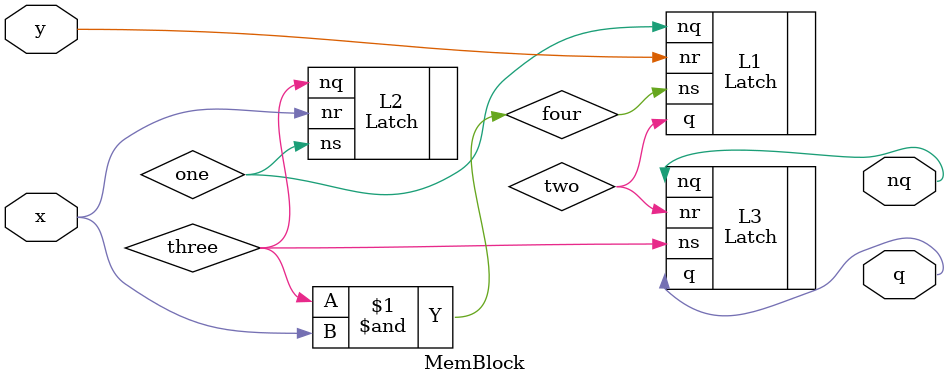
<source format=v>
`include "Latch_structural.v"

module MemBlock(
  input x,
  input y,
  output q,
  output nq
);

  wire one;
  wire two;
  wire three;
  wire four = three & x;

  Latch L1 (
    .nr(y),
    .ns(four),
    .nq(one),
    .q(two)
  );

  Latch L2 (
    .nr(x),
    .ns(one),
    .nq(three)
  );

  Latch L3 (
    .ns(three),
    .nr(two),
    .q(q),
    .nq(nq)
  );

endmodule

</source>
